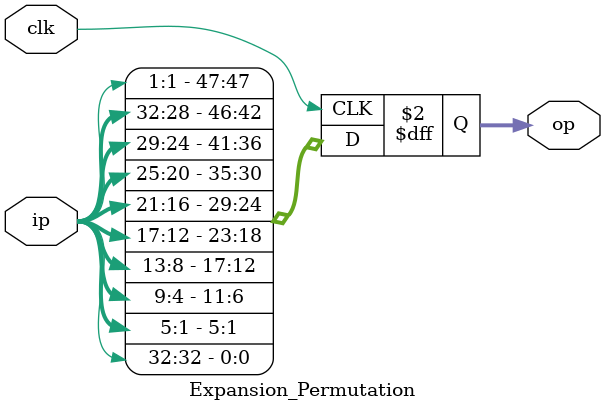
<source format=v>
`timescale 1ns / 1ps
module Expansion_Permutation(ip,op,clk);
input clk;
input [32:1]ip;
output reg [48:1]op;

always @(posedge clk)begin
//Conctenetion Approch
    op = { ip[1],ip[32],ip[31],ip[30],ip[29],ip[28],
          ip[29],ip[28],ip[27],ip[26],ip[25],ip[24],
          ip[25],ip[24],ip[23],ip[22],ip[21],ip[20],
          ip[21],ip[20],ip[19],ip[18],ip[17],ip[16],
          ip[17],ip[16],ip[15],ip[14],ip[13],ip[12],
          ip[13],ip[12],ip[11],ip[10], ip[9], ip[8],
           ip[9], ip[8], ip[7], ip[6], ip[5], ip[4],
           ip[5], ip[4], ip[3], ip[2], ip[1],ip[32] };
    
end
endmodule

</source>
